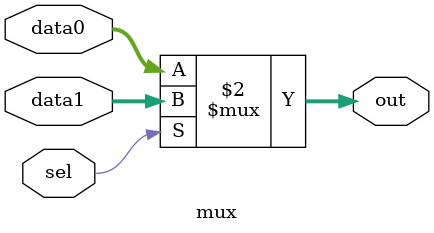
<source format=v>
module mux (data0, data1, sel, out);
  parameter WIDTH = 32;
  input [WIDTH-1:0] data0, data1;
  input sel;
  output [WIDTH-1:0] out;

  assign out = (sel == 1) ? data1 : data0;
endmodule

</source>
